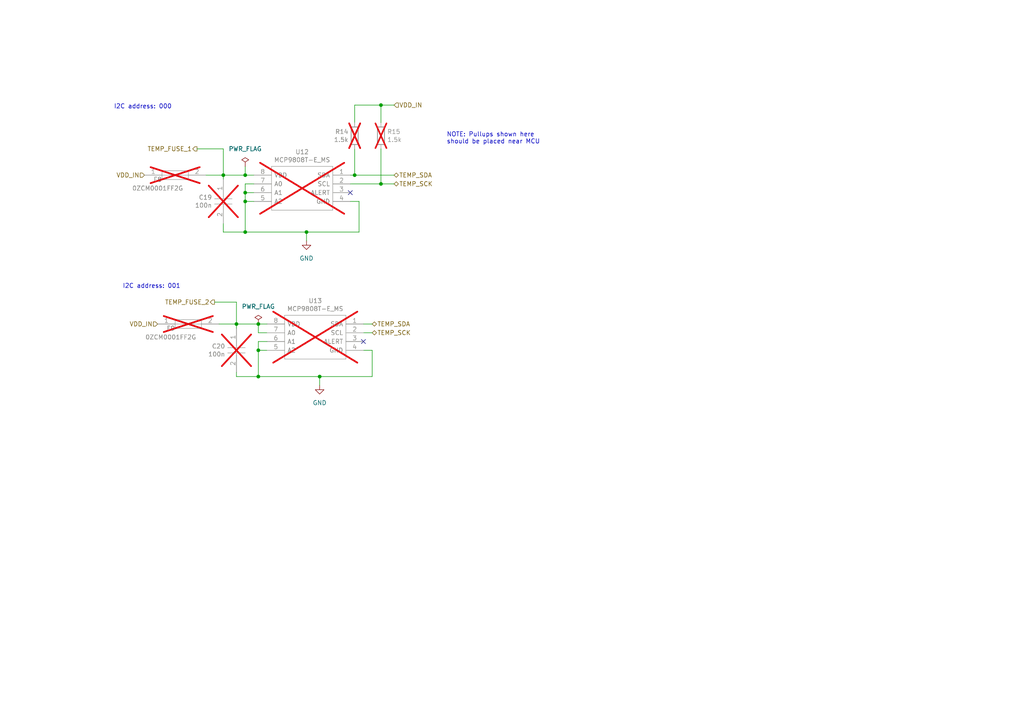
<source format=kicad_sch>
(kicad_sch
	(version 20231120)
	(generator "eeschema")
	(generator_version "8.0")
	(uuid "9afdd307-ec32-4a14-b92f-c9b18d88f9f3")
	(paper "A4")
	(lib_symbols
		(symbol "ADCS_IC:0ZCM0001FF2G"
			(pin_names
				(offset 0.762)
			)
			(exclude_from_sim no)
			(in_bom yes)
			(on_board yes)
			(property "Reference" "F"
				(at 13.97 6.35 0)
				(effects
					(font
						(size 1.27 1.27)
					)
					(justify left)
				)
			)
			(property "Value" "0ZCM0001FF2G"
				(at 13.97 3.81 0)
				(effects
					(font
						(size 1.27 1.27)
					)
					(justify left)
				)
			)
			(property "Footprint" "FUSC1607X85N"
				(at 13.97 1.27 0)
				(effects
					(font
						(size 1.27 1.27)
					)
					(justify left)
					(hide yes)
				)
			)
			(property "Datasheet" "https://www.belfuse.com/resources/datasheets/circuitprotection/ds-cp-0zcm-series.pdf"
				(at 13.97 -1.27 0)
				(effects
					(font
						(size 1.27 1.27)
					)
					(justify left)
					(hide yes)
				)
			)
			(property "Description" "Resettable Fuses - PPTC Resettable PTC fuse SMD 0603 10mA 60V"
				(at 13.97 -3.81 0)
				(effects
					(font
						(size 1.27 1.27)
					)
					(justify left)
					(hide yes)
				)
			)
			(property "Height" "0.85"
				(at 13.97 -6.35 0)
				(effects
					(font
						(size 1.27 1.27)
					)
					(justify left)
					(hide yes)
				)
			)
			(property "Manufacturer_Name" "Stewart Connector"
				(at 13.97 -8.89 0)
				(effects
					(font
						(size 1.27 1.27)
					)
					(justify left)
					(hide yes)
				)
			)
			(property "Manufacturer_Part_Number" "0ZCM0001FF2G"
				(at 13.97 -11.43 0)
				(effects
					(font
						(size 1.27 1.27)
					)
					(justify left)
					(hide yes)
				)
			)
			(property "Mouser Part Number" "530-0ZCM0001FF2G"
				(at 13.97 -13.97 0)
				(effects
					(font
						(size 1.27 1.27)
					)
					(justify left)
					(hide yes)
				)
			)
			(property "Mouser Price/Stock" "https://www.mouser.co.uk/ProductDetail/Bel-Fuse/0ZCM0001FF2G?qs=uwxL4vQweFOSr3rpPGffpA%3D%3D"
				(at 13.97 -16.51 0)
				(effects
					(font
						(size 1.27 1.27)
					)
					(justify left)
					(hide yes)
				)
			)
			(property "Arrow Part Number" ""
				(at 13.97 -19.05 0)
				(effects
					(font
						(size 1.27 1.27)
					)
					(justify left)
					(hide yes)
				)
			)
			(property "Arrow Price/Stock" ""
				(at 13.97 -21.59 0)
				(effects
					(font
						(size 1.27 1.27)
					)
					(justify left)
					(hide yes)
				)
			)
			(symbol "0ZCM0001FF2G_0_0"
				(pin passive line
					(at 0 0 0)
					(length 5.08)
					(name "~"
						(effects
							(font
								(size 1.27 1.27)
							)
						)
					)
					(number "1"
						(effects
							(font
								(size 1.27 1.27)
							)
						)
					)
				)
				(pin passive line
					(at 17.78 0 180)
					(length 5.08)
					(name "~"
						(effects
							(font
								(size 1.27 1.27)
							)
						)
					)
					(number "2"
						(effects
							(font
								(size 1.27 1.27)
							)
						)
					)
				)
			)
			(symbol "0ZCM0001FF2G_0_1"
				(polyline
					(pts
						(xy 5.08 0) (xy 12.7 0)
					)
					(stroke
						(width 0.1524)
						(type default)
					)
					(fill
						(type none)
					)
				)
				(polyline
					(pts
						(xy 5.08 1.27) (xy 12.7 1.27) (xy 12.7 -1.27) (xy 5.08 -1.27) (xy 5.08 1.27)
					)
					(stroke
						(width 0.1524)
						(type default)
					)
					(fill
						(type none)
					)
				)
			)
		)
		(symbol "Device:R"
			(pin_numbers hide)
			(pin_names
				(offset 0)
			)
			(exclude_from_sim no)
			(in_bom yes)
			(on_board yes)
			(property "Reference" "R"
				(at 2.032 0 90)
				(effects
					(font
						(size 1.27 1.27)
					)
				)
			)
			(property "Value" "R"
				(at 0 0 90)
				(effects
					(font
						(size 1.27 1.27)
					)
				)
			)
			(property "Footprint" ""
				(at -1.778 0 90)
				(effects
					(font
						(size 1.27 1.27)
					)
					(hide yes)
				)
			)
			(property "Datasheet" "~"
				(at 0 0 0)
				(effects
					(font
						(size 1.27 1.27)
					)
					(hide yes)
				)
			)
			(property "Description" "Resistor"
				(at 0 0 0)
				(effects
					(font
						(size 1.27 1.27)
					)
					(hide yes)
				)
			)
			(property "ki_keywords" "R res resistor"
				(at 0 0 0)
				(effects
					(font
						(size 1.27 1.27)
					)
					(hide yes)
				)
			)
			(property "ki_fp_filters" "R_*"
				(at 0 0 0)
				(effects
					(font
						(size 1.27 1.27)
					)
					(hide yes)
				)
			)
			(symbol "R_0_1"
				(rectangle
					(start -1.016 -2.54)
					(end 1.016 2.54)
					(stroke
						(width 0.254)
						(type default)
					)
					(fill
						(type none)
					)
				)
			)
			(symbol "R_1_1"
				(pin passive line
					(at 0 3.81 270)
					(length 1.27)
					(name "~"
						(effects
							(font
								(size 1.27 1.27)
							)
						)
					)
					(number "1"
						(effects
							(font
								(size 1.27 1.27)
							)
						)
					)
				)
				(pin passive line
					(at 0 -3.81 90)
					(length 1.27)
					(name "~"
						(effects
							(font
								(size 1.27 1.27)
							)
						)
					)
					(number "2"
						(effects
							(font
								(size 1.27 1.27)
							)
						)
					)
				)
			)
		)
		(symbol "OBC_IC:MCP9808T-E_MS"
			(pin_names
				(offset 0.762)
			)
			(exclude_from_sim no)
			(in_bom yes)
			(on_board yes)
			(property "Reference" "U"
				(at 24.13 7.62 0)
				(effects
					(font
						(size 1.27 1.27)
					)
					(justify left)
				)
			)
			(property "Value" "MCP9808T-E_MS"
				(at 24.13 5.08 0)
				(effects
					(font
						(size 1.27 1.27)
					)
					(justify left)
				)
			)
			(property "Footprint" "SOP65P490X110-8N"
				(at 24.13 2.54 0)
				(effects
					(font
						(size 1.27 1.27)
					)
					(justify left)
					(hide yes)
				)
			)
			(property "Datasheet" "https://ww1.microchip.com/downloads/en/DeviceDoc/25095A.pdf"
				(at 24.13 0 0)
				(effects
					(font
						(size 1.27 1.27)
					)
					(justify left)
					(hide yes)
				)
			)
			(property "Description" "Microchip MCP9808T-E/MS, Temperature Converter -40  +125 C +/-1C Serial-I2C, SMBus, 8-Pin MSOP"
				(at 24.13 -2.54 0)
				(effects
					(font
						(size 1.27 1.27)
					)
					(justify left)
					(hide yes)
				)
			)
			(property "Height" "1.1"
				(at 24.13 -5.08 0)
				(effects
					(font
						(size 1.27 1.27)
					)
					(justify left)
					(hide yes)
				)
			)
			(property "Mouser Part Number" "579-MCP9808T-E/MS"
				(at 24.13 -7.62 0)
				(effects
					(font
						(size 1.27 1.27)
					)
					(justify left)
					(hide yes)
				)
			)
			(property "Mouser Price/Stock" "https://www.mouser.co.uk/ProductDetail/Microchip-Technology/MCP9808T-E-MS?qs=fgHA1UgJI8BYolGts7svKQ%3D%3D"
				(at 24.13 -10.16 0)
				(effects
					(font
						(size 1.27 1.27)
					)
					(justify left)
					(hide yes)
				)
			)
			(property "Manufacturer_Name" "Microchip"
				(at 24.13 -12.7 0)
				(effects
					(font
						(size 1.27 1.27)
					)
					(justify left)
					(hide yes)
				)
			)
			(property "Manufacturer_Part_Number" "MCP9808T-E/MS"
				(at 24.13 -15.24 0)
				(effects
					(font
						(size 1.27 1.27)
					)
					(justify left)
					(hide yes)
				)
			)
			(symbol "MCP9808T-E_MS_0_0"
				(pin bidirectional line
					(at 0 0 0)
					(length 5.08)
					(name "SDA"
						(effects
							(font
								(size 1.27 1.27)
							)
						)
					)
					(number "1"
						(effects
							(font
								(size 1.27 1.27)
							)
						)
					)
				)
				(pin input line
					(at 0 -2.54 0)
					(length 5.08)
					(name "SCL"
						(effects
							(font
								(size 1.27 1.27)
							)
						)
					)
					(number "2"
						(effects
							(font
								(size 1.27 1.27)
							)
						)
					)
				)
				(pin output line
					(at 0 -5.08 0)
					(length 5.08)
					(name "ALERT"
						(effects
							(font
								(size 1.27 1.27)
							)
						)
					)
					(number "3"
						(effects
							(font
								(size 1.27 1.27)
							)
						)
					)
				)
				(pin power_in line
					(at 0 -7.62 0)
					(length 5.08)
					(name "GND"
						(effects
							(font
								(size 1.27 1.27)
							)
						)
					)
					(number "4"
						(effects
							(font
								(size 1.27 1.27)
							)
						)
					)
				)
				(pin input line
					(at 27.94 -7.62 180)
					(length 5.08)
					(name "A2"
						(effects
							(font
								(size 1.27 1.27)
							)
						)
					)
					(number "5"
						(effects
							(font
								(size 1.27 1.27)
							)
						)
					)
				)
				(pin input line
					(at 27.94 -5.08 180)
					(length 5.08)
					(name "A1"
						(effects
							(font
								(size 1.27 1.27)
							)
						)
					)
					(number "6"
						(effects
							(font
								(size 1.27 1.27)
							)
						)
					)
				)
				(pin input line
					(at 27.94 -2.54 180)
					(length 5.08)
					(name "A0"
						(effects
							(font
								(size 1.27 1.27)
							)
						)
					)
					(number "7"
						(effects
							(font
								(size 1.27 1.27)
							)
						)
					)
				)
				(pin power_in line
					(at 27.94 0 180)
					(length 5.08)
					(name "VDD"
						(effects
							(font
								(size 1.27 1.27)
							)
						)
					)
					(number "8"
						(effects
							(font
								(size 1.27 1.27)
							)
						)
					)
				)
			)
			(symbol "MCP9808T-E_MS_0_1"
				(polyline
					(pts
						(xy 5.08 2.54) (xy 22.86 2.54) (xy 22.86 -10.16) (xy 5.08 -10.16) (xy 5.08 2.54)
					)
					(stroke
						(width 0.1524)
						(type default)
					)
					(fill
						(type none)
					)
				)
			)
		)
		(symbol "OBC_PASSIVE:GCM155R71H104KE02J"
			(pin_names
				(offset 0.762)
			)
			(exclude_from_sim no)
			(in_bom yes)
			(on_board yes)
			(property "Reference" "C"
				(at 8.89 6.35 0)
				(effects
					(font
						(size 1.27 1.27)
					)
					(justify left)
				)
			)
			(property "Value" "GCM155R71H104KE02J"
				(at 8.89 3.81 0)
				(effects
					(font
						(size 1.27 1.27)
					)
					(justify left)
				)
			)
			(property "Footprint" "CAPC1005X55N"
				(at 8.89 1.27 0)
				(effects
					(font
						(size 1.27 1.27)
					)
					(justify left)
					(hide yes)
				)
			)
			(property "Datasheet" "https://psearch.en.murata.com/capacitor/product/GCM155R71H104KE02%23.html"
				(at 8.89 -1.27 0)
				(effects
					(font
						(size 1.27 1.27)
					)
					(justify left)
					(hide yes)
				)
			)
			(property "Description" "Capacitor GCM15 L=1.0mm W=0.5mm T=0.5mm"
				(at 8.89 -3.81 0)
				(effects
					(font
						(size 1.27 1.27)
					)
					(justify left)
					(hide yes)
				)
			)
			(property "Height" "0.55"
				(at 8.89 -6.35 0)
				(effects
					(font
						(size 1.27 1.27)
					)
					(justify left)
					(hide yes)
				)
			)
			(property "Mouser Part Number" "81-GCM155R71H104KE2J"
				(at 8.89 -8.89 0)
				(effects
					(font
						(size 1.27 1.27)
					)
					(justify left)
					(hide yes)
				)
			)
			(property "Mouser Price/Stock" "https://www.mouser.co.uk/ProductDetail/Murata-Electronics/GCM155R71H104KE02J?qs=hNud%2FORuBR1wlwGPFWBVDg%3D%3D"
				(at 8.89 -11.43 0)
				(effects
					(font
						(size 1.27 1.27)
					)
					(justify left)
					(hide yes)
				)
			)
			(property "Manufacturer_Name" "Murata Electronics"
				(at 8.89 -13.97 0)
				(effects
					(font
						(size 1.27 1.27)
					)
					(justify left)
					(hide yes)
				)
			)
			(property "Manufacturer_Part_Number" "GCM155R71H104KE02J"
				(at 8.89 -16.51 0)
				(effects
					(font
						(size 1.27 1.27)
					)
					(justify left)
					(hide yes)
				)
			)
			(symbol "GCM155R71H104KE02J_0_0"
				(pin passive line
					(at 0 0 0)
					(length 5.08)
					(name "~"
						(effects
							(font
								(size 1.27 1.27)
							)
						)
					)
					(number "1"
						(effects
							(font
								(size 1.27 1.27)
							)
						)
					)
				)
				(pin passive line
					(at 12.7 0 180)
					(length 5.08)
					(name "~"
						(effects
							(font
								(size 1.27 1.27)
							)
						)
					)
					(number "2"
						(effects
							(font
								(size 1.27 1.27)
							)
						)
					)
				)
			)
			(symbol "GCM155R71H104KE02J_0_1"
				(polyline
					(pts
						(xy 5.08 0) (xy 5.588 0)
					)
					(stroke
						(width 0.1524)
						(type solid)
					)
					(fill
						(type none)
					)
				)
				(polyline
					(pts
						(xy 5.588 2.54) (xy 5.588 -2.54)
					)
					(stroke
						(width 0.1524)
						(type solid)
					)
					(fill
						(type none)
					)
				)
				(polyline
					(pts
						(xy 7.112 0) (xy 7.62 0)
					)
					(stroke
						(width 0.1524)
						(type solid)
					)
					(fill
						(type none)
					)
				)
				(polyline
					(pts
						(xy 7.112 2.54) (xy 7.112 -2.54)
					)
					(stroke
						(width 0.1524)
						(type solid)
					)
					(fill
						(type none)
					)
				)
			)
		)
		(symbol "power:GND"
			(power)
			(pin_names
				(offset 0)
			)
			(exclude_from_sim no)
			(in_bom yes)
			(on_board yes)
			(property "Reference" "#PWR"
				(at 0 -6.35 0)
				(effects
					(font
						(size 1.27 1.27)
					)
					(hide yes)
				)
			)
			(property "Value" "GND"
				(at 0 -3.81 0)
				(effects
					(font
						(size 1.27 1.27)
					)
				)
			)
			(property "Footprint" ""
				(at 0 0 0)
				(effects
					(font
						(size 1.27 1.27)
					)
					(hide yes)
				)
			)
			(property "Datasheet" ""
				(at 0 0 0)
				(effects
					(font
						(size 1.27 1.27)
					)
					(hide yes)
				)
			)
			(property "Description" "Power symbol creates a global label with name \"GND\" , ground"
				(at 0 0 0)
				(effects
					(font
						(size 1.27 1.27)
					)
					(hide yes)
				)
			)
			(property "ki_keywords" "global power"
				(at 0 0 0)
				(effects
					(font
						(size 1.27 1.27)
					)
					(hide yes)
				)
			)
			(symbol "GND_0_1"
				(polyline
					(pts
						(xy 0 0) (xy 0 -1.27) (xy 1.27 -1.27) (xy 0 -2.54) (xy -1.27 -1.27) (xy 0 -1.27)
					)
					(stroke
						(width 0)
						(type default)
					)
					(fill
						(type none)
					)
				)
			)
			(symbol "GND_1_1"
				(pin power_in line
					(at 0 0 270)
					(length 0) hide
					(name "GND"
						(effects
							(font
								(size 1.27 1.27)
							)
						)
					)
					(number "1"
						(effects
							(font
								(size 1.27 1.27)
							)
						)
					)
				)
			)
		)
		(symbol "power:PWR_FLAG"
			(power)
			(pin_numbers hide)
			(pin_names
				(offset 0) hide)
			(exclude_from_sim no)
			(in_bom yes)
			(on_board yes)
			(property "Reference" "#FLG"
				(at 0 1.905 0)
				(effects
					(font
						(size 1.27 1.27)
					)
					(hide yes)
				)
			)
			(property "Value" "PWR_FLAG"
				(at 0 3.81 0)
				(effects
					(font
						(size 1.27 1.27)
					)
				)
			)
			(property "Footprint" ""
				(at 0 0 0)
				(effects
					(font
						(size 1.27 1.27)
					)
					(hide yes)
				)
			)
			(property "Datasheet" "~"
				(at 0 0 0)
				(effects
					(font
						(size 1.27 1.27)
					)
					(hide yes)
				)
			)
			(property "Description" "Special symbol for telling ERC where power comes from"
				(at 0 0 0)
				(effects
					(font
						(size 1.27 1.27)
					)
					(hide yes)
				)
			)
			(property "ki_keywords" "flag power"
				(at 0 0 0)
				(effects
					(font
						(size 1.27 1.27)
					)
					(hide yes)
				)
			)
			(symbol "PWR_FLAG_0_0"
				(pin power_out line
					(at 0 0 90)
					(length 0)
					(name "pwr"
						(effects
							(font
								(size 1.27 1.27)
							)
						)
					)
					(number "1"
						(effects
							(font
								(size 1.27 1.27)
							)
						)
					)
				)
			)
			(symbol "PWR_FLAG_0_1"
				(polyline
					(pts
						(xy 0 0) (xy 0 1.27) (xy -1.016 1.905) (xy 0 2.54) (xy 1.016 1.905) (xy 0 1.27)
					)
					(stroke
						(width 0)
						(type default)
					)
					(fill
						(type none)
					)
				)
			)
		)
	)
	(junction
		(at 92.71 109.22)
		(diameter 0)
		(color 0 0 0 0)
		(uuid "0e9d4501-4974-4e8e-a88f-bb2017cbcf58")
	)
	(junction
		(at 74.93 93.98)
		(diameter 0)
		(color 0 0 0 0)
		(uuid "2079fca8-9ea8-46a2-ad85-249a1f8b97ac")
	)
	(junction
		(at 74.93 101.6)
		(diameter 0)
		(color 0 0 0 0)
		(uuid "382fb472-2afe-4cf4-9348-a2eb1cde1ee6")
	)
	(junction
		(at 74.93 109.22)
		(diameter 0)
		(color 0 0 0 0)
		(uuid "86ed36a7-5848-40a1-a64d-243f2129fe3f")
	)
	(junction
		(at 110.49 30.48)
		(diameter 0)
		(color 0 0 0 0)
		(uuid "873b9117-95f8-4e89-8cc6-777ff52764f0")
	)
	(junction
		(at 102.87 50.8)
		(diameter 0)
		(color 0 0 0 0)
		(uuid "8ead18e7-1436-4986-9488-8d680a235fae")
	)
	(junction
		(at 64.77 50.8)
		(diameter 0)
		(color 0 0 0 0)
		(uuid "906a27a8-50cb-4fed-90fc-6df7d9fd9882")
	)
	(junction
		(at 110.49 53.34)
		(diameter 0)
		(color 0 0 0 0)
		(uuid "97d5f0f0-8f9a-4366-a534-fb3665895586")
	)
	(junction
		(at 71.12 55.88)
		(diameter 0)
		(color 0 0 0 0)
		(uuid "a28393d9-7340-4ce9-8c16-0f0a9c8ca7e7")
	)
	(junction
		(at 71.12 67.31)
		(diameter 0)
		(color 0 0 0 0)
		(uuid "b6ea8dc6-4b8c-4b7d-bb01-3e9d758b7685")
	)
	(junction
		(at 88.9 67.31)
		(diameter 0)
		(color 0 0 0 0)
		(uuid "d8fc825a-dbf7-49ec-a106-090a14a95106")
	)
	(junction
		(at 68.58 93.98)
		(diameter 0)
		(color 0 0 0 0)
		(uuid "e83a7681-759e-45d6-8a17-7a538941f972")
	)
	(junction
		(at 71.12 58.42)
		(diameter 0)
		(color 0 0 0 0)
		(uuid "f38fd90b-dccc-4bb6-9a72-09e00f7cfca7")
	)
	(junction
		(at 71.12 50.8)
		(diameter 0)
		(color 0 0 0 0)
		(uuid "fbb3fe6a-8d2b-428a-a2de-7166a2402f8e")
	)
	(no_connect
		(at 101.6 55.88)
		(uuid "24270267-7fea-4c32-8e0d-5f5500623a4e")
	)
	(no_connect
		(at 105.41 99.06)
		(uuid "3ba2b460-391f-439a-94ff-990ec2ef94a4")
	)
	(wire
		(pts
			(xy 57.15 43.18) (xy 64.77 43.18)
		)
		(stroke
			(width 0)
			(type default)
		)
		(uuid "09b6ade0-fca9-4951-8511-8237423f0d56")
	)
	(wire
		(pts
			(xy 77.47 96.52) (xy 74.93 96.52)
		)
		(stroke
			(width 0)
			(type default)
		)
		(uuid "0bf38f14-1f28-4e46-9bb0-de1455970fcd")
	)
	(wire
		(pts
			(xy 71.12 53.34) (xy 71.12 55.88)
		)
		(stroke
			(width 0)
			(type default)
		)
		(uuid "1bcbd918-0892-46be-af5d-bb1f8ed73689")
	)
	(wire
		(pts
			(xy 68.58 95.25) (xy 68.58 93.98)
		)
		(stroke
			(width 0)
			(type default)
		)
		(uuid "2bec8ff3-84e8-45b7-8a71-2d377473965c")
	)
	(wire
		(pts
			(xy 92.71 111.76) (xy 92.71 109.22)
		)
		(stroke
			(width 0)
			(type default)
		)
		(uuid "3055391f-d844-4d01-832a-50ef7a948692")
	)
	(wire
		(pts
			(xy 110.49 30.48) (xy 114.3 30.48)
		)
		(stroke
			(width 0)
			(type default)
		)
		(uuid "356e6fb2-9eaf-4e1f-ab47-f7db4c7742d4")
	)
	(wire
		(pts
			(xy 73.66 50.8) (xy 71.12 50.8)
		)
		(stroke
			(width 0)
			(type default)
		)
		(uuid "363b538c-c436-4f5b-bb08-38111b62136f")
	)
	(wire
		(pts
			(xy 110.49 53.34) (xy 101.6 53.34)
		)
		(stroke
			(width 0)
			(type default)
		)
		(uuid "376ec57d-bd80-41f4-ac77-04ce29ff90e1")
	)
	(wire
		(pts
			(xy 102.87 30.48) (xy 110.49 30.48)
		)
		(stroke
			(width 0)
			(type default)
		)
		(uuid "37746fde-df70-4e24-8bd8-ab5199280e3e")
	)
	(wire
		(pts
			(xy 71.12 55.88) (xy 71.12 58.42)
		)
		(stroke
			(width 0)
			(type default)
		)
		(uuid "3a4cfeb3-cc47-43b8-a796-bf7741235f2c")
	)
	(wire
		(pts
			(xy 88.9 67.31) (xy 104.14 67.31)
		)
		(stroke
			(width 0)
			(type default)
		)
		(uuid "433e93c3-bb0b-46ab-bcc4-9b97f8e94bae")
	)
	(wire
		(pts
			(xy 92.71 109.22) (xy 107.95 109.22)
		)
		(stroke
			(width 0)
			(type default)
		)
		(uuid "4945cda2-3e7e-4094-ab4d-7e86876fb60a")
	)
	(wire
		(pts
			(xy 64.77 50.8) (xy 71.12 50.8)
		)
		(stroke
			(width 0)
			(type default)
		)
		(uuid "4bb9717b-a6dd-4542-8945-243ea7966abe")
	)
	(wire
		(pts
			(xy 71.12 67.31) (xy 88.9 67.31)
		)
		(stroke
			(width 0)
			(type default)
		)
		(uuid "52c5afe1-d438-4bb6-adb4-1c779d76b863")
	)
	(wire
		(pts
			(xy 73.66 58.42) (xy 71.12 58.42)
		)
		(stroke
			(width 0)
			(type default)
		)
		(uuid "5db792f8-3f35-445e-8512-23f4e246ea40")
	)
	(wire
		(pts
			(xy 107.95 101.6) (xy 107.95 109.22)
		)
		(stroke
			(width 0)
			(type default)
		)
		(uuid "5de752ba-a091-4c74-b936-55eb5502aac0")
	)
	(wire
		(pts
			(xy 64.77 43.18) (xy 64.77 50.8)
		)
		(stroke
			(width 0)
			(type default)
		)
		(uuid "61b0a2d9-6a09-41cf-890d-22bdfa0c1e91")
	)
	(wire
		(pts
			(xy 68.58 93.98) (xy 74.93 93.98)
		)
		(stroke
			(width 0)
			(type default)
		)
		(uuid "634cc108-a8f8-428e-bd5a-0f1a00b72c8c")
	)
	(wire
		(pts
			(xy 68.58 109.22) (xy 74.93 109.22)
		)
		(stroke
			(width 0)
			(type default)
		)
		(uuid "68195c79-17ee-4702-99a9-c058de9b4d9c")
	)
	(wire
		(pts
			(xy 88.9 69.85) (xy 88.9 67.31)
		)
		(stroke
			(width 0)
			(type default)
		)
		(uuid "75beb42a-6a24-47a8-b945-067979eb793f")
	)
	(wire
		(pts
			(xy 74.93 109.22) (xy 92.71 109.22)
		)
		(stroke
			(width 0)
			(type default)
		)
		(uuid "76dba4de-d468-404f-9377-a2ce4ac3729d")
	)
	(wire
		(pts
			(xy 68.58 107.95) (xy 68.58 109.22)
		)
		(stroke
			(width 0)
			(type default)
		)
		(uuid "7a63c02d-1df2-4864-857a-911c65576cbe")
	)
	(wire
		(pts
			(xy 101.6 58.42) (xy 104.14 58.42)
		)
		(stroke
			(width 0)
			(type default)
		)
		(uuid "7bbf7fb9-cd74-45b2-9589-6b5413ea8e7e")
	)
	(wire
		(pts
			(xy 102.87 50.8) (xy 114.3 50.8)
		)
		(stroke
			(width 0)
			(type default)
		)
		(uuid "7d26c0e2-9f3c-4288-9030-27b0f236e400")
	)
	(wire
		(pts
			(xy 107.95 96.52) (xy 105.41 96.52)
		)
		(stroke
			(width 0)
			(type default)
		)
		(uuid "81a0fba7-df41-438e-b7a2-e79d8aa1d721")
	)
	(wire
		(pts
			(xy 77.47 99.06) (xy 74.93 99.06)
		)
		(stroke
			(width 0)
			(type default)
		)
		(uuid "81b1c994-605a-4757-a1c3-c40d932fb3c7")
	)
	(wire
		(pts
			(xy 73.66 55.88) (xy 71.12 55.88)
		)
		(stroke
			(width 0)
			(type default)
		)
		(uuid "854bb996-b271-4a8a-98ee-1224127872e4")
	)
	(wire
		(pts
			(xy 107.95 93.98) (xy 105.41 93.98)
		)
		(stroke
			(width 0)
			(type default)
		)
		(uuid "8bcb7fca-8273-4cda-ab31-98e129881c3f")
	)
	(wire
		(pts
			(xy 71.12 48.26) (xy 71.12 50.8)
		)
		(stroke
			(width 0)
			(type default)
		)
		(uuid "92f79530-d4e0-4d19-9e12-e963fd6ab0aa")
	)
	(wire
		(pts
			(xy 63.5 93.98) (xy 68.58 93.98)
		)
		(stroke
			(width 0)
			(type default)
		)
		(uuid "938aae85-2eaf-4dfd-8a97-6c083eae7227")
	)
	(wire
		(pts
			(xy 110.49 43.18) (xy 110.49 53.34)
		)
		(stroke
			(width 0)
			(type default)
		)
		(uuid "a1fd6917-0fc3-4111-9036-8085e30e2b65")
	)
	(wire
		(pts
			(xy 64.77 67.31) (xy 71.12 67.31)
		)
		(stroke
			(width 0)
			(type default)
		)
		(uuid "accad7fb-c10e-4d03-aeef-ae1e99f2b5fe")
	)
	(wire
		(pts
			(xy 102.87 43.18) (xy 102.87 50.8)
		)
		(stroke
			(width 0)
			(type default)
		)
		(uuid "add6ef8a-dcfe-41fb-8a04-8e1e0e96f471")
	)
	(wire
		(pts
			(xy 64.77 52.07) (xy 64.77 50.8)
		)
		(stroke
			(width 0)
			(type default)
		)
		(uuid "ae2df984-6868-4fb8-9930-0c6f9df7a2f9")
	)
	(wire
		(pts
			(xy 74.93 96.52) (xy 74.93 93.98)
		)
		(stroke
			(width 0)
			(type default)
		)
		(uuid "ae739def-4cd5-4f3f-81e1-138f0b652b89")
	)
	(wire
		(pts
			(xy 77.47 101.6) (xy 74.93 101.6)
		)
		(stroke
			(width 0)
			(type default)
		)
		(uuid "b01f6d08-6e62-4610-972e-40932422e7b0")
	)
	(wire
		(pts
			(xy 71.12 58.42) (xy 71.12 67.31)
		)
		(stroke
			(width 0)
			(type default)
		)
		(uuid "bb3b29ee-bcbc-483a-ae42-4ebf0e69805d")
	)
	(wire
		(pts
			(xy 62.23 87.63) (xy 68.58 87.63)
		)
		(stroke
			(width 0)
			(type default)
		)
		(uuid "bd90fdb8-df5c-4eff-92c8-e31fa1ef851f")
	)
	(wire
		(pts
			(xy 68.58 87.63) (xy 68.58 93.98)
		)
		(stroke
			(width 0)
			(type default)
		)
		(uuid "c0f1bdeb-731a-42f3-984e-90a8b1017dba")
	)
	(wire
		(pts
			(xy 74.93 93.98) (xy 77.47 93.98)
		)
		(stroke
			(width 0)
			(type default)
		)
		(uuid "c1b9ab80-e4dd-4a56-9e77-2d056a79bbbd")
	)
	(wire
		(pts
			(xy 114.3 53.34) (xy 110.49 53.34)
		)
		(stroke
			(width 0)
			(type default)
		)
		(uuid "c8b4f79d-9507-4dec-8aad-d8a7fb865e6b")
	)
	(wire
		(pts
			(xy 59.69 50.8) (xy 64.77 50.8)
		)
		(stroke
			(width 0)
			(type default)
		)
		(uuid "ceed597a-c6a7-4c51-a98e-180d4123151c")
	)
	(wire
		(pts
			(xy 64.77 64.77) (xy 64.77 67.31)
		)
		(stroke
			(width 0)
			(type default)
		)
		(uuid "d61de275-026d-4d9a-a2ea-264cd78a4317")
	)
	(wire
		(pts
			(xy 104.14 58.42) (xy 104.14 67.31)
		)
		(stroke
			(width 0)
			(type default)
		)
		(uuid "d9715d29-9986-4409-acee-ecb8d53b37b0")
	)
	(wire
		(pts
			(xy 74.93 99.06) (xy 74.93 101.6)
		)
		(stroke
			(width 0)
			(type default)
		)
		(uuid "d9c2d8c4-8f41-444e-9ec3-a9547dc7e126")
	)
	(wire
		(pts
			(xy 74.93 101.6) (xy 74.93 109.22)
		)
		(stroke
			(width 0)
			(type default)
		)
		(uuid "dc665a24-f20b-4a56-b9a3-c01e399bccf8")
	)
	(wire
		(pts
			(xy 102.87 50.8) (xy 101.6 50.8)
		)
		(stroke
			(width 0)
			(type default)
		)
		(uuid "df68dc9e-7e70-4100-a3f7-c5cdb0ec2e9f")
	)
	(wire
		(pts
			(xy 102.87 30.48) (xy 102.87 35.56)
		)
		(stroke
			(width 0)
			(type default)
		)
		(uuid "ee9fac82-7205-4e6d-8176-0d07fee9de64")
	)
	(wire
		(pts
			(xy 73.66 53.34) (xy 71.12 53.34)
		)
		(stroke
			(width 0)
			(type default)
		)
		(uuid "f3bc14b1-53a9-465a-a1c7-ebe15feac380")
	)
	(wire
		(pts
			(xy 110.49 30.48) (xy 110.49 35.56)
		)
		(stroke
			(width 0)
			(type default)
		)
		(uuid "f80c6de1-5286-405a-bca4-a4275e619a6b")
	)
	(wire
		(pts
			(xy 105.41 101.6) (xy 107.95 101.6)
		)
		(stroke
			(width 0)
			(type default)
		)
		(uuid "fdb2b41b-4084-4a47-beb8-cea971e2401f")
	)
	(text "I2C address: 000"
		(exclude_from_sim no)
		(at 33.02 31.75 0)
		(effects
			(font
				(size 1.27 1.27)
			)
			(justify left bottom)
		)
		(uuid "7319ed94-f644-4b7d-9f71-72bd22c44b3f")
	)
	(text "I2C address: 001"
		(exclude_from_sim no)
		(at 35.56 83.82 0)
		(effects
			(font
				(size 1.27 1.27)
			)
			(justify left bottom)
		)
		(uuid "a023a31d-b979-44c9-87d4-f66f6fee2c43")
	)
	(text "NOTE: Pullups shown here\nshould be placed near MCU"
		(exclude_from_sim no)
		(at 129.54 41.91 0)
		(effects
			(font
				(size 1.27 1.27)
			)
			(justify left bottom)
		)
		(uuid "a7b357ee-4178-49e7-85be-3ab3e5371401")
	)
	(hierarchical_label "VDD_IN"
		(shape input)
		(at 45.72 93.98 180)
		(fields_autoplaced yes)
		(effects
			(font
				(size 1.27 1.27)
			)
			(justify right)
		)
		(uuid "1de4ece8-9761-45eb-aaca-0bdadbedf798")
	)
	(hierarchical_label "TEMP_SDA"
		(shape bidirectional)
		(at 114.3 50.8 0)
		(fields_autoplaced yes)
		(effects
			(font
				(size 1.27 1.27)
			)
			(justify left)
		)
		(uuid "28530e66-6b9c-4ff4-b443-675e52c6ab01")
	)
	(hierarchical_label "TEMP_SCK"
		(shape bidirectional)
		(at 114.3 53.34 0)
		(fields_autoplaced yes)
		(effects
			(font
				(size 1.27 1.27)
			)
			(justify left)
		)
		(uuid "5b073138-6e69-4db4-9441-f350009a26ff")
	)
	(hierarchical_label "TEMP_FUSE_2"
		(shape output)
		(at 62.23 87.63 180)
		(fields_autoplaced yes)
		(effects
			(font
				(size 1.27 1.27)
			)
			(justify right)
		)
		(uuid "9207a3d2-cab8-404b-8030-b88af5c59bef")
	)
	(hierarchical_label "TEMP_SCK"
		(shape bidirectional)
		(at 107.95 96.52 0)
		(fields_autoplaced yes)
		(effects
			(font
				(size 1.27 1.27)
			)
			(justify left)
		)
		(uuid "9fc4b7b9-37eb-415a-9f30-8d748d3158e1")
	)
	(hierarchical_label "VDD_IN"
		(shape input)
		(at 114.3 30.48 0)
		(fields_autoplaced yes)
		(effects
			(font
				(size 1.27 1.27)
			)
			(justify left)
		)
		(uuid "bb62aeb5-922f-47c7-bc3c-292a36becdd2")
	)
	(hierarchical_label "TEMP_SDA"
		(shape bidirectional)
		(at 107.95 93.98 0)
		(fields_autoplaced yes)
		(effects
			(font
				(size 1.27 1.27)
			)
			(justify left)
		)
		(uuid "bd4efdae-da73-409b-be7d-edaa12ebd2d9")
	)
	(hierarchical_label "TEMP_FUSE_1"
		(shape output)
		(at 57.15 43.18 180)
		(fields_autoplaced yes)
		(effects
			(font
				(size 1.27 1.27)
			)
			(justify right)
		)
		(uuid "e74c0f2d-19ac-4e59-853f-688fc6aa2faa")
	)
	(hierarchical_label "VDD_IN"
		(shape input)
		(at 41.91 50.8 180)
		(fields_autoplaced yes)
		(effects
			(font
				(size 1.27 1.27)
			)
			(justify right)
		)
		(uuid "f2b80d08-fdcf-4efb-ba5f-f8596505e1de")
	)
	(symbol
		(lib_id "power:GND")
		(at 88.9 69.85 0)
		(unit 1)
		(exclude_from_sim no)
		(in_bom yes)
		(on_board yes)
		(dnp no)
		(fields_autoplaced yes)
		(uuid "149a0ccf-4c36-4ffb-86a1-c5ccf5068675")
		(property "Reference" "#PWR025"
			(at 88.9 76.2 0)
			(effects
				(font
					(size 1.27 1.27)
				)
				(hide yes)
			)
		)
		(property "Value" "GND"
			(at 88.9 74.93 0)
			(effects
				(font
					(size 1.27 1.27)
				)
			)
		)
		(property "Footprint" ""
			(at 88.9 69.85 0)
			(effects
				(font
					(size 1.27 1.27)
				)
				(hide yes)
			)
		)
		(property "Datasheet" ""
			(at 88.9 69.85 0)
			(effects
				(font
					(size 1.27 1.27)
				)
				(hide yes)
			)
		)
		(property "Description" ""
			(at 88.9 69.85 0)
			(effects
				(font
					(size 1.27 1.27)
				)
				(hide yes)
			)
		)
		(pin "1"
			(uuid "0147ad7a-5ed3-4819-b8db-17bf29b6517a")
		)
		(instances
			(project "obc-adcs-board"
				(path "/5e6153e6-2c19-46de-9a8e-b310a2a07861/00000000-0000-0000-0000-0000600c7b11/ce02de0b-86a8-4920-ac32-18f095cb2d96"
					(reference "#PWR025")
					(unit 1)
				)
			)
		)
	)
	(symbol
		(lib_id "ADCS_IC:0ZCM0001FF2G")
		(at 41.91 50.8 0)
		(unit 1)
		(exclude_from_sim no)
		(in_bom yes)
		(on_board yes)
		(dnp yes)
		(uuid "1a53caae-73d5-426d-992d-25dbdf2506be")
		(property "Reference" "F8"
			(at 45.72 52.07 0)
			(effects
				(font
					(size 1.27 1.27)
				)
			)
		)
		(property "Value" "0ZCM0001FF2G"
			(at 45.72 54.61 0)
			(effects
				(font
					(size 1.27 1.27)
				)
			)
		)
		(property "Footprint" "ADCS_IC:FUSC1607X85N"
			(at 55.88 49.53 0)
			(effects
				(font
					(size 1.27 1.27)
				)
				(justify left)
				(hide yes)
			)
		)
		(property "Datasheet" "https://www.belfuse.com/resources/datasheets/circuitprotection/ds-cp-0zcm-series.pdf"
			(at 55.88 52.07 0)
			(effects
				(font
					(size 1.27 1.27)
				)
				(justify left)
				(hide yes)
			)
		)
		(property "Description" "Resettable Fuses - PPTC Resettable PTC fuse SMD 0603 10mA 60V"
			(at 55.88 54.61 0)
			(effects
				(font
					(size 1.27 1.27)
				)
				(justify left)
				(hide yes)
			)
		)
		(property "Height" "0.85"
			(at 55.88 57.15 0)
			(effects
				(font
					(size 1.27 1.27)
				)
				(justify left)
				(hide yes)
			)
		)
		(property "Manufacturer_Name" "Stewart Connector"
			(at 55.88 59.69 0)
			(effects
				(font
					(size 1.27 1.27)
				)
				(justify left)
				(hide yes)
			)
		)
		(property "Manufacturer_Part_Number" "0ZCM0001FF2G"
			(at 55.88 62.23 0)
			(effects
				(font
					(size 1.27 1.27)
				)
				(justify left)
				(hide yes)
			)
		)
		(property "Mouser Part Number" "530-0ZCM0001FF2G"
			(at 55.88 64.77 0)
			(effects
				(font
					(size 1.27 1.27)
				)
				(justify left)
				(hide yes)
			)
		)
		(property "Mouser Price/Stock" "https://www.mouser.co.uk/ProductDetail/Bel-Fuse/0ZCM0001FF2G?qs=uwxL4vQweFOSr3rpPGffpA%3D%3D"
			(at 55.88 67.31 0)
			(effects
				(font
					(size 1.27 1.27)
				)
				(justify left)
				(hide yes)
			)
		)
		(property "Arrow Part Number" ""
			(at 55.88 69.85 0)
			(effects
				(font
					(size 1.27 1.27)
				)
				(justify left)
				(hide yes)
			)
		)
		(property "Arrow Price/Stock" ""
			(at 55.88 72.39 0)
			(effects
				(font
					(size 1.27 1.27)
				)
				(justify left)
				(hide yes)
			)
		)
		(pin "1"
			(uuid "97ed60ce-12f6-4c83-9a16-286c26ae37c4")
		)
		(pin "2"
			(uuid "322cb157-15a0-4224-b6ef-bb7597fb55cc")
		)
		(instances
			(project "obc-adcs-board"
				(path "/5e6153e6-2c19-46de-9a8e-b310a2a07861/00000000-0000-0000-0000-0000600c7b11/ce02de0b-86a8-4920-ac32-18f095cb2d96"
					(reference "F8")
					(unit 1)
				)
			)
		)
	)
	(symbol
		(lib_id "power:PWR_FLAG")
		(at 74.93 93.98 0)
		(unit 1)
		(exclude_from_sim no)
		(in_bom yes)
		(on_board yes)
		(dnp no)
		(fields_autoplaced yes)
		(uuid "5cdb1060-64a7-4254-8e8c-bcc933376ce7")
		(property "Reference" "#FLG02"
			(at 74.93 92.075 0)
			(effects
				(font
					(size 1.27 1.27)
				)
				(hide yes)
			)
		)
		(property "Value" "PWR_FLAG"
			(at 74.93 88.9 0)
			(effects
				(font
					(size 1.27 1.27)
				)
			)
		)
		(property "Footprint" ""
			(at 74.93 93.98 0)
			(effects
				(font
					(size 1.27 1.27)
				)
				(hide yes)
			)
		)
		(property "Datasheet" "~"
			(at 74.93 93.98 0)
			(effects
				(font
					(size 1.27 1.27)
				)
				(hide yes)
			)
		)
		(property "Description" ""
			(at 74.93 93.98 0)
			(effects
				(font
					(size 1.27 1.27)
				)
				(hide yes)
			)
		)
		(pin "1"
			(uuid "e6b118cc-0cad-4b99-9e54-523502c8a3c6")
		)
		(instances
			(project "obc-adcs-board"
				(path "/5e6153e6-2c19-46de-9a8e-b310a2a07861/00000000-0000-0000-0000-0000600c7b11/ce02de0b-86a8-4920-ac32-18f095cb2d96"
					(reference "#FLG02")
					(unit 1)
				)
			)
		)
	)
	(symbol
		(lib_id "Device:R")
		(at 110.49 39.37 0)
		(unit 1)
		(exclude_from_sim no)
		(in_bom yes)
		(on_board yes)
		(dnp yes)
		(uuid "682b6f5d-b7a6-4c79-930c-cdbbb54a0893")
		(property "Reference" "R15"
			(at 112.268 38.2016 0)
			(effects
				(font
					(size 1.27 1.27)
				)
				(justify left)
			)
		)
		(property "Value" "1.5k"
			(at 112.268 40.513 0)
			(effects
				(font
					(size 1.27 1.27)
				)
				(justify left)
			)
		)
		(property "Footprint" "Resistor_SMD:R_0402_1005Metric"
			(at 108.712 39.37 90)
			(effects
				(font
					(size 1.27 1.27)
				)
				(hide yes)
			)
		)
		(property "Datasheet" "~"
			(at 110.49 39.37 0)
			(effects
				(font
					(size 1.27 1.27)
				)
				(hide yes)
			)
		)
		(property "Description" ""
			(at 110.49 39.37 0)
			(effects
				(font
					(size 1.27 1.27)
				)
				(hide yes)
			)
		)
		(pin "1"
			(uuid "3ecc8632-0d13-441f-a719-2a1a81bc4808")
		)
		(pin "2"
			(uuid "9a1d3b82-dfec-4408-81f3-86d86654881c")
		)
		(instances
			(project "obc-adcs-board"
				(path "/5e6153e6-2c19-46de-9a8e-b310a2a07861/00000000-0000-0000-0000-0000600c7b11/ce02de0b-86a8-4920-ac32-18f095cb2d96"
					(reference "R15")
					(unit 1)
				)
			)
		)
	)
	(symbol
		(lib_id "ADCS_IC:0ZCM0001FF2G")
		(at 45.72 93.98 0)
		(unit 1)
		(exclude_from_sim no)
		(in_bom yes)
		(on_board yes)
		(dnp yes)
		(uuid "7acff156-b088-4dd2-ad04-689ae12bfff1")
		(property "Reference" "F9"
			(at 49.53 95.25 0)
			(effects
				(font
					(size 1.27 1.27)
				)
			)
		)
		(property "Value" "0ZCM0001FF2G"
			(at 49.53 97.79 0)
			(effects
				(font
					(size 1.27 1.27)
				)
			)
		)
		(property "Footprint" "ADCS_IC:FUSC1607X85N"
			(at 59.69 92.71 0)
			(effects
				(font
					(size 1.27 1.27)
				)
				(justify left)
				(hide yes)
			)
		)
		(property "Datasheet" "https://www.belfuse.com/resources/datasheets/circuitprotection/ds-cp-0zcm-series.pdf"
			(at 59.69 95.25 0)
			(effects
				(font
					(size 1.27 1.27)
				)
				(justify left)
				(hide yes)
			)
		)
		(property "Description" "Resettable Fuses - PPTC Resettable PTC fuse SMD 0603 10mA 60V"
			(at 59.69 97.79 0)
			(effects
				(font
					(size 1.27 1.27)
				)
				(justify left)
				(hide yes)
			)
		)
		(property "Height" "0.85"
			(at 59.69 100.33 0)
			(effects
				(font
					(size 1.27 1.27)
				)
				(justify left)
				(hide yes)
			)
		)
		(property "Manufacturer_Name" "Stewart Connector"
			(at 59.69 102.87 0)
			(effects
				(font
					(size 1.27 1.27)
				)
				(justify left)
				(hide yes)
			)
		)
		(property "Manufacturer_Part_Number" "0ZCM0001FF2G"
			(at 59.69 105.41 0)
			(effects
				(font
					(size 1.27 1.27)
				)
				(justify left)
				(hide yes)
			)
		)
		(property "Mouser Part Number" "530-0ZCM0001FF2G"
			(at 59.69 107.95 0)
			(effects
				(font
					(size 1.27 1.27)
				)
				(justify left)
				(hide yes)
			)
		)
		(property "Mouser Price/Stock" "https://www.mouser.co.uk/ProductDetail/Bel-Fuse/0ZCM0001FF2G?qs=uwxL4vQweFOSr3rpPGffpA%3D%3D"
			(at 59.69 110.49 0)
			(effects
				(font
					(size 1.27 1.27)
				)
				(justify left)
				(hide yes)
			)
		)
		(property "Arrow Part Number" ""
			(at 59.69 113.03 0)
			(effects
				(font
					(size 1.27 1.27)
				)
				(justify left)
				(hide yes)
			)
		)
		(property "Arrow Price/Stock" ""
			(at 59.69 115.57 0)
			(effects
				(font
					(size 1.27 1.27)
				)
				(justify left)
				(hide yes)
			)
		)
		(pin "1"
			(uuid "ddd16745-5964-4ba3-ae3c-23111983d014")
		)
		(pin "2"
			(uuid "8ac71653-b420-4e4d-a8b3-12c0b43ea9a3")
		)
		(instances
			(project "obc-adcs-board"
				(path "/5e6153e6-2c19-46de-9a8e-b310a2a07861/00000000-0000-0000-0000-0000600c7b11/ce02de0b-86a8-4920-ac32-18f095cb2d96"
					(reference "F9")
					(unit 1)
				)
			)
		)
	)
	(symbol
		(lib_id "OBC_IC:MCP9808T-E_MS")
		(at 101.6 50.8 0)
		(mirror y)
		(unit 1)
		(exclude_from_sim no)
		(in_bom yes)
		(on_board yes)
		(dnp yes)
		(uuid "8fbadf03-e6c4-4a4a-a298-49dea03f20fe")
		(property "Reference" "U12"
			(at 87.63 44.069 0)
			(effects
				(font
					(size 1.27 1.27)
				)
			)
		)
		(property "Value" "MCP9808T-E_MS"
			(at 87.63 46.3804 0)
			(effects
				(font
					(size 1.27 1.27)
				)
			)
		)
		(property "Footprint" "OBC_IC:MCP9808T-E_MS"
			(at 77.47 48.26 0)
			(effects
				(font
					(size 1.27 1.27)
				)
				(justify left)
				(hide yes)
			)
		)
		(property "Datasheet" "https://ww1.microchip.com/downloads/en/DeviceDoc/25095A.pdf"
			(at 77.47 50.8 0)
			(effects
				(font
					(size 1.27 1.27)
				)
				(justify left)
				(hide yes)
			)
		)
		(property "Description" "Microchip MCP9808T-E/MS, Temperature Converter -40  +125 C +/-1C Serial-I2C, SMBus, 8-Pin MSOP"
			(at 77.47 53.34 0)
			(effects
				(font
					(size 1.27 1.27)
				)
				(justify left)
				(hide yes)
			)
		)
		(property "Height" "1.1"
			(at 77.47 55.88 0)
			(effects
				(font
					(size 1.27 1.27)
				)
				(justify left)
				(hide yes)
			)
		)
		(property "Mouser Part Number" "579-MCP9808T-E/MS"
			(at 77.47 58.42 0)
			(effects
				(font
					(size 1.27 1.27)
				)
				(justify left)
				(hide yes)
			)
		)
		(property "Mouser Price/Stock" "https://www.mouser.co.uk/ProductDetail/Microchip-Technology/MCP9808T-E-MS?qs=fgHA1UgJI8BYolGts7svKQ%3D%3D"
			(at 77.47 60.96 0)
			(effects
				(font
					(size 1.27 1.27)
				)
				(justify left)
				(hide yes)
			)
		)
		(property "Manufacturer_Name" "Microchip"
			(at 77.47 63.5 0)
			(effects
				(font
					(size 1.27 1.27)
				)
				(justify left)
				(hide yes)
			)
		)
		(property "Manufacturer_Part_Number" "MCP9808T-E/MS"
			(at 77.47 66.04 0)
			(effects
				(font
					(size 1.27 1.27)
				)
				(justify left)
				(hide yes)
			)
		)
		(pin "1"
			(uuid "6fa585c2-b920-4fac-9a70-d41949d5b075")
		)
		(pin "2"
			(uuid "2138e58d-8d61-42ef-92c8-4693e1a6313a")
		)
		(pin "3"
			(uuid "2cda2532-b9f7-4322-b628-62f968bd1a8d")
		)
		(pin "4"
			(uuid "518f90ca-f4bc-4e22-821d-35c3e5a1aa48")
		)
		(pin "5"
			(uuid "6efb10c7-db32-4bb1-a0c5-13a676906331")
		)
		(pin "6"
			(uuid "e6577207-35a8-472d-8017-1923d40b6c3f")
		)
		(pin "7"
			(uuid "e9e65f91-cd8e-41b9-9760-b99cfae57d27")
		)
		(pin "8"
			(uuid "752d9f11-99ef-46d7-9888-dcb7c338a69f")
		)
		(instances
			(project "obc-adcs-board"
				(path "/5e6153e6-2c19-46de-9a8e-b310a2a07861/00000000-0000-0000-0000-0000600c7b11/ce02de0b-86a8-4920-ac32-18f095cb2d96"
					(reference "U12")
					(unit 1)
				)
			)
		)
	)
	(symbol
		(lib_id "OBC_IC:MCP9808T-E_MS")
		(at 105.41 93.98 0)
		(mirror y)
		(unit 1)
		(exclude_from_sim no)
		(in_bom yes)
		(on_board yes)
		(dnp yes)
		(uuid "a22357bf-67ee-41aa-99ae-3546e05da5dc")
		(property "Reference" "U13"
			(at 91.44 87.249 0)
			(effects
				(font
					(size 1.27 1.27)
				)
			)
		)
		(property "Value" "MCP9808T-E_MS"
			(at 91.44 89.5604 0)
			(effects
				(font
					(size 1.27 1.27)
				)
			)
		)
		(property "Footprint" "OBC_IC:MCP9808T-E_MS"
			(at 81.28 91.44 0)
			(effects
				(font
					(size 1.27 1.27)
				)
				(justify left)
				(hide yes)
			)
		)
		(property "Datasheet" "https://ww1.microchip.com/downloads/en/DeviceDoc/25095A.pdf"
			(at 81.28 93.98 0)
			(effects
				(font
					(size 1.27 1.27)
				)
				(justify left)
				(hide yes)
			)
		)
		(property "Description" "Microchip MCP9808T-E/MS, Temperature Converter -40  +125 C +/-1C Serial-I2C, SMBus, 8-Pin MSOP"
			(at 81.28 96.52 0)
			(effects
				(font
					(size 1.27 1.27)
				)
				(justify left)
				(hide yes)
			)
		)
		(property "Height" "1.1"
			(at 81.28 99.06 0)
			(effects
				(font
					(size 1.27 1.27)
				)
				(justify left)
				(hide yes)
			)
		)
		(property "Mouser Part Number" "579-MCP9808T-E/MS"
			(at 81.28 101.6 0)
			(effects
				(font
					(size 1.27 1.27)
				)
				(justify left)
				(hide yes)
			)
		)
		(property "Mouser Price/Stock" "https://www.mouser.co.uk/ProductDetail/Microchip-Technology/MCP9808T-E-MS?qs=fgHA1UgJI8BYolGts7svKQ%3D%3D"
			(at 81.28 104.14 0)
			(effects
				(font
					(size 1.27 1.27)
				)
				(justify left)
				(hide yes)
			)
		)
		(property "Manufacturer_Name" "Microchip"
			(at 81.28 106.68 0)
			(effects
				(font
					(size 1.27 1.27)
				)
				(justify left)
				(hide yes)
			)
		)
		(property "Manufacturer_Part_Number" "MCP9808T-E/MS"
			(at 81.28 109.22 0)
			(effects
				(font
					(size 1.27 1.27)
				)
				(justify left)
				(hide yes)
			)
		)
		(pin "1"
			(uuid "c5554df3-b6d7-4b22-b2a1-20fb1c9a0dfe")
		)
		(pin "2"
			(uuid "c62970bd-5dce-40d0-874c-a98c6559e043")
		)
		(pin "3"
			(uuid "a948768d-1148-486a-9af6-4171654dcca5")
		)
		(pin "4"
			(uuid "fb8c6d97-de94-40f2-93d6-ceb5a2115fb8")
		)
		(pin "5"
			(uuid "ea23e5cf-601f-4a22-a61b-58f1a82acabe")
		)
		(pin "6"
			(uuid "d755c8ea-2212-4cca-aa3b-fe40beb57065")
		)
		(pin "7"
			(uuid "a0dc7a22-d87d-4337-875d-38ce84bf42fa")
		)
		(pin "8"
			(uuid "390f67cd-c839-4e3f-87ca-8a0d196037a0")
		)
		(instances
			(project "obc-adcs-board"
				(path "/5e6153e6-2c19-46de-9a8e-b310a2a07861/00000000-0000-0000-0000-0000600c7b11/ce02de0b-86a8-4920-ac32-18f095cb2d96"
					(reference "U13")
					(unit 1)
				)
			)
		)
	)
	(symbol
		(lib_id "OBC_PASSIVE:GCM155R71H104KE02J")
		(at 68.58 95.25 90)
		(mirror x)
		(unit 1)
		(exclude_from_sim no)
		(in_bom yes)
		(on_board yes)
		(dnp yes)
		(uuid "a2a76b2b-d666-409b-83bc-b88da5c2ad41")
		(property "Reference" "C20"
			(at 65.3288 100.4316 90)
			(effects
				(font
					(size 1.27 1.27)
				)
				(justify left)
			)
		)
		(property "Value" "100n"
			(at 65.3288 102.743 90)
			(effects
				(font
					(size 1.27 1.27)
				)
				(justify left)
			)
		)
		(property "Footprint" "Capacitor_SMD:C_0402_1005Metric"
			(at 67.31 104.14 0)
			(effects
				(font
					(size 1.27 1.27)
				)
				(justify left)
				(hide yes)
			)
		)
		(property "Datasheet" "https://psearch.en.murata.com/capacitor/product/GCM155R71H104KE02%23.html"
			(at 69.85 104.14 0)
			(effects
				(font
					(size 1.27 1.27)
				)
				(justify left)
				(hide yes)
			)
		)
		(property "Description" "Capacitor GCM15 L=1.0mm W=0.5mm T=0.5mm"
			(at 72.39 104.14 0)
			(effects
				(font
					(size 1.27 1.27)
				)
				(justify left)
				(hide yes)
			)
		)
		(property "Height" "0.55"
			(at 74.93 104.14 0)
			(effects
				(font
					(size 1.27 1.27)
				)
				(justify left)
				(hide yes)
			)
		)
		(property "Mouser Part Number" "81-GCM155R71H104KE2J"
			(at 77.47 104.14 0)
			(effects
				(font
					(size 1.27 1.27)
				)
				(justify left)
				(hide yes)
			)
		)
		(property "Mouser Price/Stock" "https://www.mouser.co.uk/ProductDetail/Murata-Electronics/GCM155R71H104KE02J?qs=hNud%2FORuBR1wlwGPFWBVDg%3D%3D"
			(at 80.01 104.14 0)
			(effects
				(font
					(size 1.27 1.27)
				)
				(justify left)
				(hide yes)
			)
		)
		(property "Manufacturer_Name" "Murata Electronics"
			(at 82.55 104.14 0)
			(effects
				(font
					(size 1.27 1.27)
				)
				(justify left)
				(hide yes)
			)
		)
		(property "Manufacturer_Part_Number" "GCM155R71H104KE02J"
			(at 85.09 104.14 0)
			(effects
				(font
					(size 1.27 1.27)
				)
				(justify left)
				(hide yes)
			)
		)
		(pin "1"
			(uuid "b20276ab-e21e-4296-bf79-459720edf135")
		)
		(pin "2"
			(uuid "dfc2badb-d7ec-48dd-aa29-b89cf78112fa")
		)
		(instances
			(project "obc-adcs-board"
				(path "/5e6153e6-2c19-46de-9a8e-b310a2a07861/00000000-0000-0000-0000-0000600c7b11/ce02de0b-86a8-4920-ac32-18f095cb2d96"
					(reference "C20")
					(unit 1)
				)
			)
		)
	)
	(symbol
		(lib_id "Device:R")
		(at 102.87 39.37 0)
		(mirror y)
		(unit 1)
		(exclude_from_sim no)
		(in_bom yes)
		(on_board yes)
		(dnp yes)
		(uuid "c09451f3-bee0-493a-b846-bcd8c0ab3192")
		(property "Reference" "R14"
			(at 101.092 38.2016 0)
			(effects
				(font
					(size 1.27 1.27)
				)
				(justify left)
			)
		)
		(property "Value" "1.5k"
			(at 101.092 40.513 0)
			(effects
				(font
					(size 1.27 1.27)
				)
				(justify left)
			)
		)
		(property "Footprint" "Resistor_SMD:R_0402_1005Metric"
			(at 104.648 39.37 90)
			(effects
				(font
					(size 1.27 1.27)
				)
				(hide yes)
			)
		)
		(property "Datasheet" "~"
			(at 102.87 39.37 0)
			(effects
				(font
					(size 1.27 1.27)
				)
				(hide yes)
			)
		)
		(property "Description" ""
			(at 102.87 39.37 0)
			(effects
				(font
					(size 1.27 1.27)
				)
				(hide yes)
			)
		)
		(pin "1"
			(uuid "b9b4dff5-67a4-4f01-91ea-d8b0f446283b")
		)
		(pin "2"
			(uuid "7924f515-a6ab-4307-934c-1c843db5d43c")
		)
		(instances
			(project "obc-adcs-board"
				(path "/5e6153e6-2c19-46de-9a8e-b310a2a07861/00000000-0000-0000-0000-0000600c7b11/ce02de0b-86a8-4920-ac32-18f095cb2d96"
					(reference "R14")
					(unit 1)
				)
			)
		)
	)
	(symbol
		(lib_id "OBC_PASSIVE:GCM155R71H104KE02J")
		(at 64.77 52.07 90)
		(mirror x)
		(unit 1)
		(exclude_from_sim no)
		(in_bom yes)
		(on_board yes)
		(dnp yes)
		(uuid "d746113a-3b99-417c-b2ac-b268c79f5e32")
		(property "Reference" "C19"
			(at 61.5188 57.2516 90)
			(effects
				(font
					(size 1.27 1.27)
				)
				(justify left)
			)
		)
		(property "Value" "100n"
			(at 61.5188 59.563 90)
			(effects
				(font
					(size 1.27 1.27)
				)
				(justify left)
			)
		)
		(property "Footprint" "Capacitor_SMD:C_0402_1005Metric"
			(at 63.5 60.96 0)
			(effects
				(font
					(size 1.27 1.27)
				)
				(justify left)
				(hide yes)
			)
		)
		(property "Datasheet" "https://psearch.en.murata.com/capacitor/product/GCM155R71H104KE02%23.html"
			(at 66.04 60.96 0)
			(effects
				(font
					(size 1.27 1.27)
				)
				(justify left)
				(hide yes)
			)
		)
		(property "Description" "Capacitor GCM15 L=1.0mm W=0.5mm T=0.5mm"
			(at 68.58 60.96 0)
			(effects
				(font
					(size 1.27 1.27)
				)
				(justify left)
				(hide yes)
			)
		)
		(property "Height" "0.55"
			(at 71.12 60.96 0)
			(effects
				(font
					(size 1.27 1.27)
				)
				(justify left)
				(hide yes)
			)
		)
		(property "Mouser Part Number" "81-GCM155R71H104KE2J"
			(at 73.66 60.96 0)
			(effects
				(font
					(size 1.27 1.27)
				)
				(justify left)
				(hide yes)
			)
		)
		(property "Mouser Price/Stock" "https://www.mouser.co.uk/ProductDetail/Murata-Electronics/GCM155R71H104KE02J?qs=hNud%2FORuBR1wlwGPFWBVDg%3D%3D"
			(at 76.2 60.96 0)
			(effects
				(font
					(size 1.27 1.27)
				)
				(justify left)
				(hide yes)
			)
		)
		(property "Manufacturer_Name" "Murata Electronics"
			(at 78.74 60.96 0)
			(effects
				(font
					(size 1.27 1.27)
				)
				(justify left)
				(hide yes)
			)
		)
		(property "Manufacturer_Part_Number" "GCM155R71H104KE02J"
			(at 81.28 60.96 0)
			(effects
				(font
					(size 1.27 1.27)
				)
				(justify left)
				(hide yes)
			)
		)
		(pin "1"
			(uuid "4e70315a-d0ae-4e42-8b4d-ed29c86eff2f")
		)
		(pin "2"
			(uuid "e5f2f2f8-a0e8-450a-bc7c-b8f7f7e9da2e")
		)
		(instances
			(project "obc-adcs-board"
				(path "/5e6153e6-2c19-46de-9a8e-b310a2a07861/00000000-0000-0000-0000-0000600c7b11/ce02de0b-86a8-4920-ac32-18f095cb2d96"
					(reference "C19")
					(unit 1)
				)
			)
		)
	)
	(symbol
		(lib_id "power:GND")
		(at 92.71 111.76 0)
		(unit 1)
		(exclude_from_sim no)
		(in_bom yes)
		(on_board yes)
		(dnp no)
		(fields_autoplaced yes)
		(uuid "e73949d2-0059-4acb-a5bc-17597b05b5f7")
		(property "Reference" "#PWR026"
			(at 92.71 118.11 0)
			(effects
				(font
					(size 1.27 1.27)
				)
				(hide yes)
			)
		)
		(property "Value" "GND"
			(at 92.71 116.84 0)
			(effects
				(font
					(size 1.27 1.27)
				)
			)
		)
		(property "Footprint" ""
			(at 92.71 111.76 0)
			(effects
				(font
					(size 1.27 1.27)
				)
				(hide yes)
			)
		)
		(property "Datasheet" ""
			(at 92.71 111.76 0)
			(effects
				(font
					(size 1.27 1.27)
				)
				(hide yes)
			)
		)
		(property "Description" ""
			(at 92.71 111.76 0)
			(effects
				(font
					(size 1.27 1.27)
				)
				(hide yes)
			)
		)
		(pin "1"
			(uuid "2d24548a-bfe2-47fe-83ce-25f11cdba492")
		)
		(instances
			(project "obc-adcs-board"
				(path "/5e6153e6-2c19-46de-9a8e-b310a2a07861/00000000-0000-0000-0000-0000600c7b11/ce02de0b-86a8-4920-ac32-18f095cb2d96"
					(reference "#PWR026")
					(unit 1)
				)
			)
		)
	)
	(symbol
		(lib_id "power:PWR_FLAG")
		(at 71.12 48.26 0)
		(unit 1)
		(exclude_from_sim no)
		(in_bom yes)
		(on_board yes)
		(dnp no)
		(fields_autoplaced yes)
		(uuid "ed5b3371-7419-40c1-b4e7-9400b79e62ab")
		(property "Reference" "#FLG01"
			(at 71.12 46.355 0)
			(effects
				(font
					(size 1.27 1.27)
				)
				(hide yes)
			)
		)
		(property "Value" "PWR_FLAG"
			(at 71.12 43.18 0)
			(effects
				(font
					(size 1.27 1.27)
				)
			)
		)
		(property "Footprint" ""
			(at 71.12 48.26 0)
			(effects
				(font
					(size 1.27 1.27)
				)
				(hide yes)
			)
		)
		(property "Datasheet" "~"
			(at 71.12 48.26 0)
			(effects
				(font
					(size 1.27 1.27)
				)
				(hide yes)
			)
		)
		(property "Description" ""
			(at 71.12 48.26 0)
			(effects
				(font
					(size 1.27 1.27)
				)
				(hide yes)
			)
		)
		(pin "1"
			(uuid "3657405b-5f3d-42a9-aeaf-f7e5bd34f25a")
		)
		(instances
			(project "obc-adcs-board"
				(path "/5e6153e6-2c19-46de-9a8e-b310a2a07861/00000000-0000-0000-0000-0000600c7b11/ce02de0b-86a8-4920-ac32-18f095cb2d96"
					(reference "#FLG01")
					(unit 1)
				)
			)
		)
	)
)
</source>
